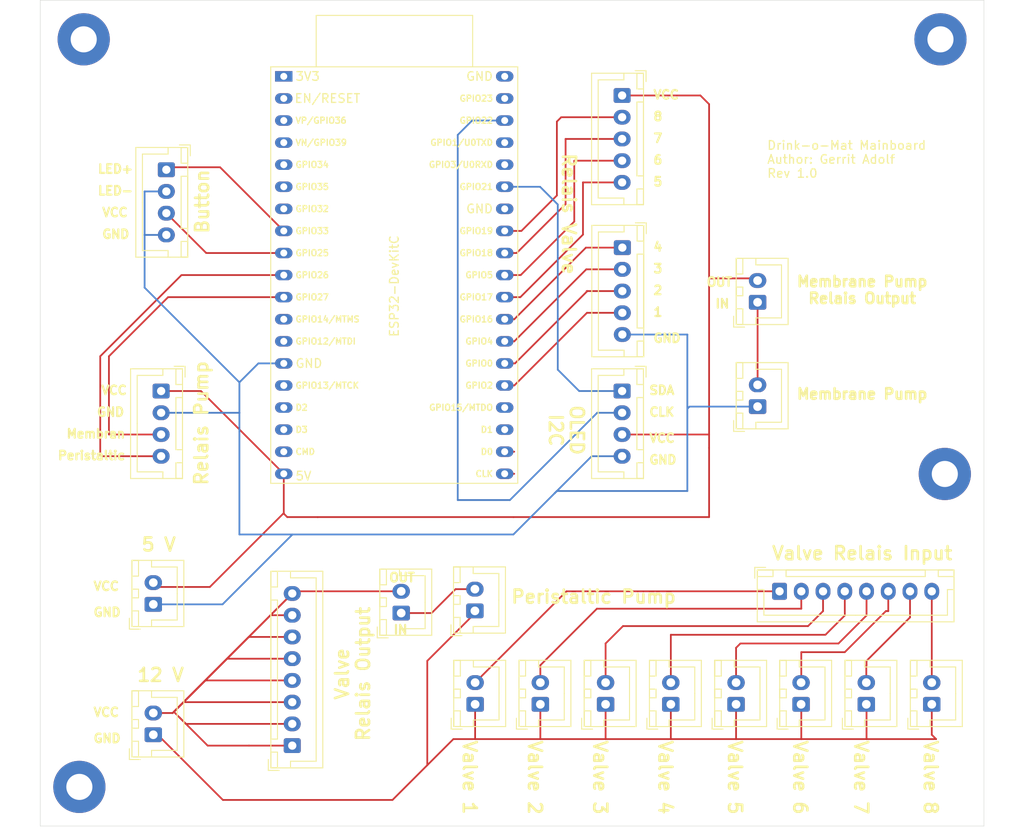
<source format=kicad_pcb>
(kicad_pcb (version 20240108) (generator "pcbnew") (generator_version "8.0")
  (title_block (title "Drink-o-Mat Distribution") (date "2024-12-29") (rev "1.0"))
  (layers (0 "F.Cu" signal) (31 "B.Cu" signal) (34 "B.Paste" user) (35 "F.Paste" user) (36 "B.SilkS" user "B.Silkscreen") (37 "F.SilkS" user "F.Silkscreen") (38 "B.Mask" user) (39 "F.Mask" user) (44 "Edge.Cuts" user))
  (net 0 "")
  (footprint "Connector_JST:JST_XH_B2B-XH-A_1x02_P2.50mm_Vertical" (layer "F.Cu") (at 28.5 98 90)
    (property "Reference" "REF**" (hide yes))
    (property "Value" "JST_XH_B2B-XH-A_1x02_P2.50mm_Vertical" (hide yes))
    (pad "1" thru_hole roundrect (at 0 0 90) (size 1.7 2) (drill 1) (layers "*.Cu" "*.Mask") (roundrect_rratio 0.147059))
    (pad "2" thru_hole oval (at 2.5 0 90) (size 1.7 2) (drill 1) (layers "*.Cu" "*.Mask"))
  )
  (footprint "Connector_JST:JST_XH_B2B-XH-A_1x02_P2.50mm_Vertical" (layer "F.Cu") (at 102.975 94.5 90)
    (property "Reference" "REF**" (hide yes))
    (property "Value" "JST_XH_B2B-XH-A_1x02_P2.50mm_Vertical" (hide yes))
    (pad "1" thru_hole roundrect (at 0 0 90) (size 1.7 2) (drill 1) (layers "*.Cu" "*.Mask") (roundrect_rratio 0.147059))
    (pad "2" thru_hole oval (at 2.5 0 90) (size 1.7 2) (drill 1) (layers "*.Cu" "*.Mask"))
  )
  (footprint "Connector_JST:JST_XH_B2B-XH-A_1x02_P2.50mm_Vertical" (layer "F.Cu") (at 80.5 94.5 90)
    (property "Reference" "REF**" (hide yes))
    (property "Value" "JST_XH_B2B-XH-A_1x02_P2.50mm_Vertical" (hide yes))
    (pad "1" thru_hole roundrect (at 0 0 90) (size 1.7 2) (drill 1) (layers "*.Cu" "*.Mask") (roundrect_rratio 0.147059))
    (pad "2" thru_hole oval (at 2.5 0 90) (size 1.7 2) (drill 1) (layers "*.Cu" "*.Mask"))
  )
  (footprint "Connector_JST:JST_XH_B2B-XH-A_1x02_P2.50mm_Vertical" (layer "F.Cu") (at 118 94.5 90)
    (property "Reference" "REF**" (hide yes))
    (property "Value" "JST_XH_B2B-XH-A_1x02_P2.50mm_Vertical" (hide yes))
    (pad "1" thru_hole roundrect (at 0 0 90) (size 1.7 2) (drill 1) (layers "*.Cu" "*.Mask") (roundrect_rratio 0.147059))
    (pad "2" thru_hole oval (at 2.5 0 90) (size 1.7 2) (drill 1) (layers "*.Cu" "*.Mask"))
  )
  (footprint "Connector_JST:JST_XH_B2B-XH-A_1x02_P2.50mm_Vertical" (layer "F.Cu") (at 95.5 94.5 90)
    (property "Reference" "REF**" (hide yes))
    (property "Value" "JST_XH_B2B-XH-A_1x02_P2.50mm_Vertical" (hide yes))
    (pad "1" thru_hole roundrect (at 0 0 90) (size 1.7 2) (drill 1) (layers "*.Cu" "*.Mask") (roundrect_rratio 0.147059))
    (pad "2" thru_hole oval (at 2.5 0 90) (size 1.7 2) (drill 1) (layers "*.Cu" "*.Mask"))
  )
  (footprint "Connector_JST:JST_XH_B2B-XH-A_1x02_P2.50mm_Vertical" (layer "F.Cu") (at 88 94.5 90)
    (property "Reference" "REF**" (hide yes))
    (property "Value" "JST_XH_B2B-XH-A_1x02_P2.50mm_Vertical" (hide yes))
    (pad "1" thru_hole roundrect (at 0 0 90) (size 1.7 2) (drill 1) (layers "*.Cu" "*.Mask") (roundrect_rratio 0.147059))
    (pad "2" thru_hole oval (at 2.5 0 90) (size 1.7 2) (drill 1) (layers "*.Cu" "*.Mask"))
  )
  (footprint "Connector_JST:JST_XH_B2B-XH-A_1x02_P2.50mm_Vertical" (layer "F.Cu") (at 97.975 60.25 90)
    (property "Reference" "REF**" (hide yes))
    (property "Value" "JST_XH_B2B-XH-A_1x02_P2.50mm_Vertical" (hide yes))
    (pad "1" thru_hole roundrect (at 0 0 90) (size 1.7 2) (drill 1) (layers "*.Cu" "*.Mask") (roundrect_rratio 0.147059))
    (pad "2" thru_hole oval (at 2.5 0 90) (size 1.7 2) (drill 1) (layers "*.Cu" "*.Mask"))
  )
  (footprint "Connector_JST:JST_XH_B8B-XH-A_1x08_P2.50mm_Vertical" (layer "F.Cu") (at 100.5 81.5)
    (property "Reference" "REF**" (hide yes))
    (property "Value" "JST_XH_B8B-XH-A_1x08_P2.50mm_Vertical" (hide yes))
    (pad "1" thru_hole roundrect (at 0 0) (size 1.7 1.95) (drill 0.95) (layers "*.Cu" "*.Mask") (roundrect_rratio 0.147059))
    (pad "2" thru_hole oval (at 2.5 0) (size 1.7 1.95) (drill 0.95) (layers "*.Cu" "*.Mask"))
    (pad "3" thru_hole oval (at 5 0) (size 1.7 1.95) (drill 0.95) (layers "*.Cu" "*.Mask"))
    (pad "4" thru_hole oval (at 7.5 0) (size 1.7 1.95) (drill 0.95) (layers "*.Cu" "*.Mask"))
    (pad "5" thru_hole oval (at 10 0) (size 1.7 1.95) (drill 0.95) (layers "*.Cu" "*.Mask"))
    (pad "6" thru_hole oval (at 12.5 0) (size 1.7 1.95) (drill 0.95) (layers "*.Cu" "*.Mask"))
    (pad "7" thru_hole oval (at 15 0) (size 1.7 1.95) (drill 0.95) (layers "*.Cu" "*.Mask"))
    (pad "8" thru_hole oval (at 17.5 0) (size 1.7 1.95) (drill 0.95) (layers "*.Cu" "*.Mask"))
  )
  (footprint "Connector_JST:JST_XH_B5B-XH-A_1x05_P2.50mm_Vertical" (layer "F.Cu") (at 82.4 24.46 -90)
    (property "Reference" "A1" (hide yes))
    (property "Value" "JST_XH_B5B-XH-A_1x05_P2.50mm_Vertical" (hide yes))
    (pad "1" thru_hole roundrect (at 0 0 270) (size 1.7 1.95) (drill 0.95) (layers "*.Cu" "*.Mask") (roundrect_rratio 0.147059))
    (pad "2" thru_hole oval (at 2.5 0 270) (size 1.7 1.95) (drill 0.95) (layers "*.Cu" "*.Mask"))
    (pad "3" thru_hole oval (at 5 0 270) (size 1.7 1.95) (drill 0.95) (layers "*.Cu" "*.Mask"))
    (pad "4" thru_hole oval (at 7.5 0 270) (size 1.7 1.95) (drill 0.95) (layers "*.Cu" "*.Mask"))
    (pad "5" thru_hole oval (at 10 0 270) (size 1.7 1.95) (drill 0.95) (layers "*.Cu" "*.Mask"))
  )
  (footprint "Connector_JST:JST_XH_B8B-XH-A_1x08_P2.50mm_Vertical" (layer "F.Cu") (at 44.475 99.25 90)
    (property "Reference" "REF**" (hide yes))
    (property "Value" "JST_XH_B8B-XH-A_1x08_P2.50mm_Vertical" (hide yes))
    (pad "1" thru_hole roundrect (at 0 0 90) (size 1.7 1.95) (drill 0.95) (layers "*.Cu" "*.Mask") (roundrect_rratio 0.147059))
    (pad "2" thru_hole oval (at 2.5 0 90) (size 1.7 1.95) (drill 0.95) (layers "*.Cu" "*.Mask"))
    (pad "3" thru_hole oval (at 5 0 90) (size 1.7 1.95) (drill 0.95) (layers "*.Cu" "*.Mask"))
    (pad "4" thru_hole oval (at 7.5 0 90) (size 1.7 1.95) (drill 0.95) (layers "*.Cu" "*.Mask"))
    (pad "5" thru_hole oval (at 10 0 90) (size 1.7 1.95) (drill 0.95) (layers "*.Cu" "*.Mask"))
    (pad "6" thru_hole oval (at 12.5 0 90) (size 1.7 1.95) (drill 0.95) (layers "*.Cu" "*.Mask"))
    (pad "7" thru_hole oval (at 15 0 90) (size 1.7 1.95) (drill 0.95) (layers "*.Cu" "*.Mask"))
    (pad "8" thru_hole oval (at 17.5 0 90) (size 1.7 1.95) (drill 0.95) (layers "*.Cu" "*.Mask"))
  )
  (footprint "MountingHole:MountingHole_3mm_Pad" (layer "F.Cu") (at 20 104)
    (property "Reference" "REF**" (hide yes))
    (property "Value" "MountingHole_3mm_Pad")
    (pad "1" thru_hole circle (at 0 0) (size 6 6) (drill 3) (layers "*.Cu" "*.Mask"))
  )
  (footprint "Connector_JST:JST_XH_B5B-XH-A_1x05_P2.50mm_Vertical" (layer "F.Cu") (at 82.425 41.96 -90)
    (property "Reference" "A1" (hide yes))
    (property "Value" "JST_XH_B5B-XH-A_1x05_P2.50mm_Vertical" (hide yes))
    (pad "1" thru_hole roundrect (at 0 0 270) (size 1.7 1.95) (drill 0.95) (layers "*.Cu" "*.Mask") (roundrect_rratio 0.147059))
    (pad "2" thru_hole oval (at 2.5 0 270) (size 1.7 1.95) (drill 0.95) (layers "*.Cu" "*.Mask"))
    (pad "3" thru_hole oval (at 5 0 270) (size 1.7 1.95) (drill 0.95) (layers "*.Cu" "*.Mask"))
    (pad "4" thru_hole oval (at 7.5 0 270) (size 1.7 1.95) (drill 0.95) (layers "*.Cu" "*.Mask"))
    (pad "5" thru_hole oval (at 10 0 270) (size 1.7 1.95) (drill 0.95) (layers "*.Cu" "*.Mask"))
  )
  (footprint "MountingHole:MountingHole_3mm_Pad" (layer "F.Cu") (at 119.5 68)
    (property "Reference" "REF**" (hide yes))
    (property "Value" "MountingHole_3mm_Pad")
    (pad "1" thru_hole circle (at 0 0) (size 6 6) (drill 3) (layers "*.Cu" "*.Mask"))
  )
  (footprint "Connector_JST:JST_XH_B2B-XH-A_1x02_P2.50mm_Vertical" (layer "F.Cu") (at 65.475 83.75 90)
    (property "Reference" "REF**" (hide yes))
    (property "Value" "JST_XH_B2B-XH-A_1x02_P2.50mm_Vertical" (hide yes))
    (pad "1" thru_hole roundrect (at 0 0 90) (size 1.7 2) (drill 1) (layers "*.Cu" "*.Mask") (roundrect_rratio 0.147059))
    (pad "2" thru_hole oval (at 2.5 0 90) (size 1.7 2) (drill 1) (layers "*.Cu" "*.Mask"))
  )
  (footprint "Connector_JST:JST_XH_B2B-XH-A_1x02_P2.50mm_Vertical" (layer "F.Cu") (at 73 94.5 90)
    (property "Reference" "REF**" (hide yes))
    (property "Value" "JST_XH_B2B-XH-A_1x02_P2.50mm_Vertical" (hide yes))
    (pad "1" thru_hole roundrect (at 0 0 90) (size 1.7 2) (drill 1) (layers "*.Cu" "*.Mask") (roundrect_rratio 0.147059))
    (pad "2" thru_hole oval (at 2.5 0 90) (size 1.7 2) (drill 1) (layers "*.Cu" "*.Mask"))
  )
  (footprint "Connector_JST:JST_XH_B2B-XH-A_1x02_P2.50mm_Vertical" (layer "F.Cu") (at 57 84 90)
    (property "Reference" "REF**" (hide yes))
    (property "Value" "JST_XH_B2B-XH-A_1x02_P2.50mm_Vertical" (hide yes))
    (pad "1" thru_hole roundrect (at 0 0 90) (size 1.7 2) (drill 1) (layers "*.Cu" "*.Mask") (roundrect_rratio 0.147059))
    (pad "2" thru_hole oval (at 2.5 0 90) (size 1.7 2) (drill 1) (layers "*.Cu" "*.Mask"))
  )
  (footprint "Connector_JST:JST_XH_B2B-XH-A_1x02_P2.50mm_Vertical" (layer "F.Cu") (at 97.975 48.25 90)
    (property "Reference" "REF**" (hide yes))
    (property "Value" "JST_XH_B2B-XH-A_1x02_P2.50mm_Vertical" (hide yes))
    (pad "1" thru_hole roundrect (at 0 0 90) (size 1.7 2) (drill 1) (layers "*.Cu" "*.Mask") (roundrect_rratio 0.147059))
    (pad "2" thru_hole oval (at 2.5 0 90) (size 1.7 2) (drill 1) (layers "*.Cu" "*.Mask"))
  )
  (footprint "MountingHole:MountingHole_3mm_Pad" (layer "F.Cu") (at 20.5 18)
    (property "Reference" "REF**" (hide yes))
    (property "Value" "MountingHole_3mm_Pad")
    (pad "1" thru_hole circle (at 0 0) (size 6 6) (drill 3) (layers "*.Cu" "*.Mask"))
  )
  (footprint "Connector_JST:JST_XH_B2B-XH-A_1x02_P2.50mm_Vertical" (layer "F.Cu") (at 65.5 94.5 90)
    (property "Reference" "REF**" (hide yes))
    (property "Value" "JST_XH_B2B-XH-A_1x02_P2.50mm_Vertical" (hide yes))
    (pad "1" thru_hole roundrect (at 0 0 90) (size 1.7 2) (drill 1) (layers "*.Cu" "*.Mask") (roundrect_rratio 0.147059))
    (pad "2" thru_hole oval (at 2.5 0 90) (size 1.7 2) (drill 1) (layers "*.Cu" "*.Mask"))
  )
  (footprint "Connector_JST:JST_XH_B2B-XH-A_1x02_P2.50mm_Vertical" (layer "F.Cu") (at 28.5 83 90)
    (property "Reference" "REF**" (hide yes))
    (property "Value" "JST_XH_B2B-XH-A_1x02_P2.50mm_Vertical" (hide yes))
    (pad "1" thru_hole roundrect (at 0 0 90) (size 1.7 2) (drill 1) (layers "*.Cu" "*.Mask") (roundrect_rratio 0.147059))
    (pad "2" thru_hole oval (at 2.5 0 90) (size 1.7 2) (drill 1) (layers "*.Cu" "*.Mask"))
  )
  (footprint "Connector_JST:JST_XH_B4B-XH-A_1x04_P2.50mm_Vertical" (layer "F.Cu") (at 30 33 -90)
    (property "Reference" "REF**" (hide yes))
    (property "Value" "JST_XH_B4B-XH-A_1x04_P2.50mm_Vertical" (hide yes))
    (pad "1" thru_hole roundrect (at 0 0 270) (size 1.7 1.95) (drill 0.95) (layers "*.Cu" "*.Mask") (roundrect_rratio 0.147059))
    (pad "2" thru_hole oval (at 2.5 0 270) (size 1.7 1.95) (drill 0.95) (layers "*.Cu" "*.Mask"))
    (pad "3" thru_hole oval (at 5 0 270) (size 1.7 1.95) (drill 0.95) (layers "*.Cu" "*.Mask"))
    (pad "4" thru_hole oval (at 7.5 0 270) (size 1.7 1.95) (drill 0.95) (layers "*.Cu" "*.Mask"))
  )
  (footprint "Connector_JST:JST_XH_B4B-XH-A_1x04_P2.50mm_Vertical" (layer "F.Cu") (at 82.4 58.46 -90)
    (property "Reference" "REF**" (hide yes))
    (property "Value" "JST_XH_B4B-XH-A_1x04_P2.50mm_Vertical" (hide yes))
    (pad "1" thru_hole roundrect (at 0 0 270) (size 1.7 1.95) (drill 0.95) (layers "*.Cu" "*.Mask") (roundrect_rratio 0.147059))
    (pad "2" thru_hole oval (at 2.5 0 270) (size 1.7 1.95) (drill 0.95) (layers "*.Cu" "*.Mask"))
    (pad "3" thru_hole oval (at 5 0 270) (size 1.7 1.95) (drill 0.95) (layers "*.Cu" "*.Mask"))
    (pad "4" thru_hole oval (at 7.5 0 270) (size 1.7 1.95) (drill 0.95) (layers "*.Cu" "*.Mask"))
  )
  (footprint "PCM_Espressif:ESP32-DevKitC" (layer "F.Cu") (at 43.5 22.26)
    (property "Reference" "REF**" (hide yes))
    (property "Value" "ESP32-DevKitC" (at 12.7 24.13 90) (layer "F.SilkS"))
    (fp_text user "GPIO32" (at 1.27 15.24 0) (layer "F.SilkS") (effects (font (size 0.7 0.7)) (justify left)))
    (fp_text user "GPIO17" (at 24.13 25.4 0) (layer "F.SilkS") (effects (font (size 0.7 0.7)) (justify right)))
    (fp_text user "GPIO22" (at 24.13 5.08 0) (layer "F.SilkS") (effects (font (size 0.7 0.7)) (justify right)))
    (fp_text user "GPIO1/U0TXD" (at 24.13 7.62 0) (layer "F.SilkS") (effects (font (size 0.7 0.7)) (justify right)))
    (fp_text user "D3" (at 1.27 40.64 0) (layer "F.SilkS") (effects (font (size 0.7 0.7)) (justify left)))
    (fp_text user "GPIO2" (at 24.13 35.56 0) (layer "F.SilkS") (effects (font (size 0.7 0.7)) (justify right)))
    (fp_text user "GPIO34" (at 1.27 10.16 0) (layer "F.SilkS") (effects (font (size 0.7 0.7)) (justify left)))
    (fp_text user "5V" (at 1.26632 45.97128 0) (layer "F.SilkS") (effects (justify left)))
    (fp_text user "GPIO19" (at 24.13 17.78 0) (layer "F.SilkS") (effects (font (size 0.7 0.7)) (justify right)))
    (fp_text user "GND" (at 24.13 15.24 0) (layer "F.SilkS") (effects (justify right)))
    (fp_text user "D2" (at 1.27 38.1 0) (layer "F.SilkS") (effects (font (size 0.7 0.7)) (justify left)))
    (fp_text user "GPIO16" (at 24.13 27.94 0) (layer "F.SilkS") (effects (font (size 0.7 0.7)) (justify right)))
    (fp_text user "GPIO14/MTMS" (at 1.27 27.94 0) (layer "F.SilkS") (effects (font (size 0.7 0.7)) (justify left)))
    (fp_text user "GND" (at 1.27 33.02 0) (layer "F.SilkS") (effects (justify left)))
    (fp_text user "GPIO23" (at 24.13 2.54 0) (layer "F.SilkS") (effects (font (size 0.7 0.7)) (justify right)))
    (fp_text user "GPIO4" (at 24.13 30.48 0) (layer "F.SilkS") (effects (font (size 0.7 0.7)) (justify right)))
    (fp_text user "GPIO26" (at 1.27 22.86 0) (layer "F.SilkS") (effects (font (size 0.7 0.7)) (justify left)))
    (fp_text user "GPIO18" (at 24.13 20.32 0) (layer "F.SilkS") (effects (font (size 0.7 0.7)) (justify right)))
    (fp_text user "GPIO15/MTDO" (at 24.13 38.1 0) (layer "F.SilkS") (effects (font (size 0.7 0.7)) (justify right)))
    (fp_text user "VP/GPIO36" (at 1.27 5.08 0) (layer "F.SilkS") (effects (font (size 0.7 0.7)) (justify left)))
    (fp_text user "GND" (at 24.13 0 0) (layer "F.SilkS") (effects (justify right)))
    (fp_text user "D1" (at 24.13 40.64 0) (layer "F.SilkS") (effects (font (size 0.7 0.7)) (justify right)))
    (fp_text user "VN/GPIO39" (at 1.27 7.62 0) (layer "F.SilkS") (effects (font (size 0.7 0.7)) (justify left)))
    (fp_text user "GPIO27" (at 1.27 25.4 0) (layer "F.SilkS") (effects (font (size 0.7 0.7)) (justify left)))
    (fp_text user "CLK" (at 24.13 45.72 0) (layer "F.SilkS") (effects (font (size 0.7 0.7)) (justify right)))
    (fp_text user "D0" (at 24.13 43.18 0) (layer "F.SilkS") (effects (font (size 0.7 0.7)) (justify right)))
    (fp_text user "GPIO25" (at 1.27 20.32 0) (layer "F.SilkS") (effects (font (size 0.7 0.7)) (justify left)))
    (fp_text user "CMD" (at 1.27 43.18 0) (layer "F.SilkS") (effects (font (size 0.7 0.7)) (justify left)))
    (fp_text user "GPIO3/U0RXD" (at 24.13 10.16 0) (layer "F.SilkS") (effects (font (size 0.7 0.7)) (justify right)))
    (fp_text user "GPIO0" (at 24.13 33.02 0) (layer "F.SilkS") (effects (font (size 0.7 0.7)) (justify right)))
    (fp_text user "GPIO12/MTDI" (at 1.27 30.48 0) (layer "F.SilkS") (effects (font (size 0.7 0.7)) (justify left)))
    (fp_text user "GPIO13/MTCK" (at 1.27 35.56 0) (layer "F.SilkS") (effects (font (size 0.7 0.7)) (justify left)))
    (fp_text user "GPIO33" (at 1.27 17.78 0) (layer "F.SilkS") (effects (font (size 0.7 0.7)) (justify left)))
    (fp_text user "EN/RESET" (at 8.88632 2.53728 0) (layer "F.SilkS") (effects (justify right)))
    (fp_text user "GPIO5" (at 24.13 22.86 0) (layer "F.SilkS") (effects (font (size 0.7 0.7)) (justify right)))
    (fp_text user "GPIO21" (at 24.13 12.7 0) (layer "F.SilkS") (effects (font (size 0.7 0.7)) (justify right)))
    (fp_text user "GPIO35" (at 1.27 12.7 0) (layer "F.SilkS") (effects (font (size 0.7 0.7)) (justify left)))
    (fp_text user "3V3" (at 1.27 0 0) (layer "F.SilkS") (effects (justify left)))
    (pad "1" thru_hole rect (at 0 0 270) (size 1.2 2) (drill 0.8) (layers "*.Cu" "*.Mask"))
    (pad "2" thru_hole oval (at 0 2.54 270) (size 1.2 2) (drill 0.8) (layers "*.Cu" "*.Mask"))
    (pad "3" thru_hole oval (at 0 5.08 270) (size 1.2 2) (drill 0.8) (layers "*.Cu" "*.Mask"))
    (pad "4" thru_hole oval (at 0 7.62 270) (size 1.2 2) (drill 0.8) (layers "*.Cu" "*.Mask"))
    (pad "5" thru_hole oval (at 0 10.16 270) (size 1.2 2) (drill 0.8) (layers "*.Cu" "*.Mask"))
    (pad "6" thru_hole oval (at 0 12.7 270) (size 1.2 2) (drill 0.8) (layers "*.Cu" "*.Mask"))
    (pad "7" thru_hole oval (at 0 15.24 270) (size 1.2 2) (drill 0.8) (layers "*.Cu" "*.Mask"))
    (pad "8" thru_hole oval (at 0 17.78 270) (size 1.2 2) (drill 0.8) (layers "*.Cu" "*.Mask"))
    (pad "9" thru_hole oval (at 0 20.32 270) (size 1.2 2) (drill 0.8) (layers "*.Cu" "*.Mask"))
    (pad "10" thru_hole oval (at 0 22.86 270) (size 1.2 2) (drill 0.8) (layers "*.Cu" "*.Mask"))
    (pad "11" thru_hole oval (at 0 25.4 270) (size 1.2 2) (drill 0.8) (layers "*.Cu" "*.Mask"))
    (pad "12" thru_hole oval (at 0 27.94 270) (size 1.2 2) (drill 0.8) (layers "*.Cu" "*.Mask"))
    (pad "13" thru_hole oval (at 0 30.48 270) (size 1.2 2) (drill 0.8) (layers "*.Cu" "*.Mask"))
    (pad "14" thru_hole oval (at 0 33.02 270) (size 1.2 2) (drill 0.8) (layers "*.Cu" "*.Mask"))
    (pad "15" thru_hole oval (at 0 35.56 270) (size 1.2 2) (drill 0.8) (layers "*.Cu" "*.Mask"))
    (pad "16" thru_hole oval (at 0 38.1 270) (size 1.2 2) (drill 0.8) (layers "*.Cu" "*.Mask"))
    (pad "17" thru_hole oval (at 0 40.64 270) (size 1.2 2) (drill 0.8) (layers "*.Cu" "*.Mask"))
    (pad "18" thru_hole oval (at 0 43.18 270) (size 1.2 2) (drill 0.8) (layers "*.Cu" "*.Mask"))
    (pad "19" thru_hole oval (at 0 45.72 270) (size 1.2 2) (drill 0.8) (layers "*.Cu" "*.Mask"))
    (pad "20" thru_hole oval (at 25.39632 45.71728 270) (size 1.2 2) (drill 0.8) (layers "*.Cu" "*.Mask"))
    (pad "21" thru_hole oval (at 25.39632 43.17728 270) (size 1.2 2) (drill 0.8) (layers "*.Cu" "*.Mask"))
    (pad "22" thru_hole oval (at 25.4 40.64 270) (size 1.2 2) (drill 0.8) (layers "*.Cu" "*.Mask"))
    (pad "23" thru_hole oval (at 25.4 38.1 270) (size 1.2 2) (drill 0.8) (layers "*.Cu" "*.Mask"))
    (pad "24" thru_hole oval (at 25.4 35.56 270) (size 1.2 2) (drill 0.8) (layers "*.Cu" "*.Mask"))
    (pad "25" thru_hole oval (at 25.4 33.02 270) (size 1.2 2) (drill 0.8) (layers "*.Cu" "*.Mask"))
    (pad "26" thru_hole oval (at 25.4 30.48 270) (size 1.2 2) (drill 0.8) (layers "*.Cu" "*.Mask"))
    (pad "27" thru_hole oval (at 25.4 27.94 270) (size 1.2 2) (drill 0.8) (layers "*.Cu" "*.Mask"))
    (pad "28" thru_hole oval (at 25.4 25.4 270) (size 1.2 2) (drill 0.8) (layers "*.Cu" "*.Mask"))
    (pad "29" thru_hole oval (at 25.4 22.86 270) (size 1.2 2) (drill 0.8) (layers "*.Cu" "*.Mask"))
    (pad "30" thru_hole oval (at 25.4 20.32 270) (size 1.2 2) (drill 0.8) (layers "*.Cu" "*.Mask"))
    (pad "31" thru_hole oval (at 25.4 17.78 270) (size 1.2 2) (drill 0.8) (layers "*.Cu" "*.Mask"))
    (pad "32" thru_hole oval (at 25.4 15.24 270) (size 1.2 2) (drill 0.8) (layers "*.Cu" "*.Mask"))
    (pad "33" thru_hole oval (at 25.4 12.7 270) (size 1.2 2) (drill 0.8) (layers "*.Cu" "*.Mask"))
    (pad "34" thru_hole oval (at 25.4 10.16 270) (size 1.2 2) (drill 0.8) (layers "*.Cu" "*.Mask"))
    (pad "35" thru_hole oval (at 25.4 7.62 270) (size 1.2 2) (drill 0.8) (layers "*.Cu" "*.Mask"))
    (pad "36" thru_hole oval (at 25.4 5.08 270) (size 1.2 2) (drill 0.8) (layers "*.Cu" "*.Mask"))
    (pad "37" thru_hole oval (at 25.4 2.54 270) (size 1.2 2) (drill 0.8) (layers "*.Cu" "*.Mask"))
    (pad "38" thru_hole oval (at 25.4 0 270) (size 1.2 2) (drill 0.8) (layers "*.Cu" "*.Mask"))
  )
  (footprint "Connector_JST:JST_XH_B4B-XH-A_1x04_P2.50mm_Vertical" (layer "F.Cu") (at 29.4 58.46 -90)
    (property "Reference" "REF**" (hide yes))
    (property "Value" "JST_XH_B4B-XH-A_1x04_P2.50mm_Vertical" (hide yes))
    (pad "1" thru_hole roundrect (at 0 0 270) (size 1.7 1.95) (drill 0.95) (layers "*.Cu" "*.Mask") (roundrect_rratio 0.147059))
    (pad "2" thru_hole oval (at 2.5 0 270) (size 1.7 1.95) (drill 0.95) (layers "*.Cu" "*.Mask"))
    (pad "3" thru_hole oval (at 5 0 270) (size 1.7 1.95) (drill 0.95) (layers "*.Cu" "*.Mask"))
    (pad "4" thru_hole oval (at 7.5 0 270) (size 1.7 1.95) (drill 0.95) (layers "*.Cu" "*.Mask"))
  )
  (footprint "MountingHole:MountingHole_3mm_Pad" (layer "F.Cu") (at 119 18)
    (property "Reference" "REF**" (hide yes))
    (property "Value" "MountingHole_3mm_Pad")
    (pad "1" thru_hole circle (at 0 0) (size 6 6) (drill 3) (layers "*.Cu" "*.Mask"))
  )
  (footprint "Connector_JST:JST_XH_B2B-XH-A_1x02_P2.50mm_Vertical" (layer "F.Cu") (at 110.475 94.5 90)
    (property "Reference" "REF**" (hide yes))
    (property "Value" "JST_XH_B2B-XH-A_1x02_P2.50mm_Vertical" (hide yes))
    (pad "1" thru_hole roundrect (at 0 0 90) (size 1.7 2) (drill 1) (layers "*.Cu" "*.Mask") (roundrect_rratio 0.147059))
    (pad "2" thru_hole oval (at 2.5 0 90) (size 1.7 2) (drill 1) (layers "*.Cu" "*.Mask"))
  )
  (gr_line (start 15.5 108.5) (end 124 108.5) (stroke (width 0.05)) (layer "Edge.Cuts"))
  (gr_line (start 15.5 13.5) (end 15.5 108.5) (stroke (width 0.05)) (layer "Edge.Cuts"))
  (gr_line (start 124 13.5) (end 15.5 13.5) (stroke (width 0.05)) (layer "Edge.Cuts"))
  (gr_line (start 124 108.5) (end 124 13.5) (stroke (width 0.05)) (layer "Edge.Cuts"))
  (gr_text "Relais Valve" (at 75.4 30.96 270) (layer "F.SilkS") (effects (font (size 1.5 1.5) (thickness 0.3) (bold yes)) (justify left bottom)))
  (gr_text "OUT" (at 55.5 80.5 0) (layer "F.SilkS") (effects (font (size 1 1) (thickness 0.25) (bold yes)) (justify left bottom)))
  (gr_text "8" (at 85.875 27.46 0) (layer "F.SilkS") (effects (font (size 1 1) (thickness 0.25) (bold yes)) (justify left bottom)))
  (gr_text "IN" (at 93 49 0) (layer "F.SilkS") (effects (font (size 1 1) (thickness 0.25) (bold yes)) (justify left bottom)))
  (gr_text "Valve 5" (at 94.5 98.5 270) (layer "F.SilkS") (effects (font (size 1.5 1.5) (thickness 0.3) (bold yes)) (justify left bottom)))
  (gr_text "7" (at 85.875 29.96 0) (layer "F.SilkS") (effects (font (size 1 1) (thickness 0.25) (bold yes)) (justify left bottom)))
  (gr_text "Relais Pump\n" (at 34.9 69.46 90) (layer "F.SilkS") (effects (font (size 1.5 1.5) (thickness 0.3) (bold yes)) (justify left bottom)))
  (gr_text "5 V" (at 27 77 0) (layer "F.SilkS") (effects (font (size 1.5 1.5) (thickness 0.3) (bold yes)) (justify left bottom)))
  (gr_text "Peristaltic Pump" (at 69.5 83 0) (layer "F.SilkS") (effects (font (size 1.5 1.5) (thickness 0.3) (bold yes)) (justify left bottom)))
  (gr_text "Valve 4" (at 86.5 98.5 270) (layer "F.SilkS") (effects (font (size 1.5 1.5) (thickness 0.3) (bold yes)) (justify left bottom)))
  (gr_text "GND" (at 21.9 61.46 0) (layer "F.SilkS") (effects (font (size 1 1) (thickness 0.25) (bold yes)) (justify left bottom)))
  (gr_text "Valve 1" (at 64 98.5 270) (layer "F.SilkS") (effects (font (size 1.5 1.5) (thickness 0.3) (bold yes)) (justify left bottom)))
  (gr_text "OLED\nI2C" (at 73.9 62.96 270) (layer "F.SilkS") (effects (font (size 1.5 1.5) (thickness 0.3) (bold yes)) (justify bottom)))
  (gr_text "VCC" (at 21.5 96 0) (layer "F.SilkS") (effects (font (size 1 1) (thickness 0.25) (bold yes)) (justify left bottom)))
  (gr_text "GND" (at 21.5 84.5 0) (layer "F.SilkS") (effects (font (size 1 1) (thickness 0.25) (bold yes)) (justify left bottom)))
  (gr_text "VCC" (at 22.5 38.5 0) (layer "F.SilkS") (effects (font (size 1 1) (thickness 0.25) (bold yes)) (justify left bottom)))
  (gr_text "Valve 7" (at 109 98.5 270) (layer "F.SilkS") (effects (font (size 1.5 1.5) (thickness 0.3) (bold yes)) (justify left bottom)))
  (gr_text "LED+" (at 22 33.5 0) (layer "F.SilkS") (effects (font (size 1 1) (thickness 0.25) (bold yes)) (justify left bottom)))
  (gr_text "Membrane Pump\nRelais Output" (at 110 48.5 0) (layer "F.SilkS") (effects (font (size 1.2 1.2) (thickness 0.3) (bold yes)) (justify bottom)))
  (gr_text "Valve 6" (at 102 98.5 270) (layer "F.SilkS") (effects (font (size 1.5 1.5) (thickness 0.3) (bold yes)) (justify left bottom)))
  (gr_text "12 V" (at 26.5 92 0) (layer "F.SilkS") (effects (font (size 1.5 1.5) (thickness 0.3) (bold yes)) (justify left bottom)))
  (gr_text "2" (at 85.875 47.46 0) (layer "F.SilkS") (effects (font (size 1 1) (thickness 0.25) (bold yes)) (justify left bottom)))
  (gr_text "CLK" (at 85.4 61.46 0) (layer "F.SilkS") (effects (font (size 1 1) (thickness 0.25) (bold yes)) (justify left bottom)))
  (gr_text "1" (at 85.875 49.96 0) (layer "F.SilkS") (effects (font (size 1 1) (thickness 0.25) (bold yes)) (justify left bottom)))
  (gr_text "4" (at 85.875 42.46 0) (layer "F.SilkS") (effects (font (size 1 1) (thickness 0.25) (bold yes)) (justify left bottom)))
  (gr_text "Button" (at 35 40.5 90) (layer "F.SilkS") (effects (font (size 1.5 1.5) (thickness 0.3) (bold yes)) (justify left bottom)))
  (gr_text "Valve Relais Input" (at 110 78 0) (layer "F.SilkS") (effects (font (size 1.5 1.5) (thickness 0.3) (bold yes)) (justify bottom)))
  (gr_text "LED-" (at 22 36 0) (layer "F.SilkS") (effects (font (size 1 1) (thickness 0.25) (bold yes)) (justify left bottom)))
  (gr_text "VCC" (at 85.4 64.46 0) (layer "F.SilkS") (effects (font (size 1 1) (thickness 0.25) (bold yes)) (justify left bottom)))
  (gr_text "Peristaltic" (at 17.4 66.46 0) (layer "F.SilkS") (effects (font (size 1 1) (thickness 0.25) (bold yes)) (justify left bottom)))
  (gr_text "IN" (at 56 86.5 0) (layer "F.SilkS") (effects (font (size 1 1) (thickness 0.25) (bold yes)) (justify left bottom)))
  (gr_text "GND" (at 21.5 99 0) (layer "F.SilkS") (effects (font (size 1 1) (thickness 0.25) (bold yes)) (justify left bottom)))
  (gr_text "Valve 8" (at 117 98.5 270) (layer "F.SilkS") (effects (font (size 1.5 1.5) (thickness 0.3) (bold yes)) (justify left bottom)))
  (gr_text "SDA" (at 85.4 58.96 0) (layer "F.SilkS") (effects (font (size 1 1) (thickness 0.25) (bold yes)) (justify left bottom)))
  (gr_text "GND" (at 85.875 52.96 0) (layer "F.SilkS") (effects (font (size 1 1) (thickness 0.25) (bold yes)) (justify left bottom)))
  (gr_text "Membran" (at 18.4 63.96 0) (layer "F.SilkS") (effects (font (size 1 1) (thickness 0.25) (bold yes)) (justify left bottom)))
  (gr_text "Valve 3" (at 79 98.5 270) (layer "F.SilkS") (effects (font (size 1.5 1.5) (thickness 0.3) (bold yes)) (justify left bottom)))
  (gr_text "3" (at 85.875 44.96 0) (layer "F.SilkS") (effects (font (size 1 1) (thickness 0.25) (bold yes)) (justify left bottom)))
  (gr_text "VCC" (at 22.4 58.96 0) (layer "F.SilkS") (effects (font (size 1 1) (thickness 0.25) (bold yes)) (justify left bottom)))
  (gr_text "5" (at 85.875 34.96 0) (layer "F.SilkS") (effects (font (size 1 1) (thickness 0.25) (bold yes)) (justify left bottom)))
  (gr_text "6" (at 85.875 32.46 0) (layer "F.SilkS") (effects (font (size 1 1) (thickness 0.25) (bold yes)) (justify left bottom)))
  (gr_text "GND" (at 22.5 41 0) (layer "F.SilkS") (effects (font (size 1 1) (thickness 0.25) (bold yes)) (justify left bottom)))
  (gr_text "VCC" (at 85.875 24.96 0) (layer "F.SilkS") (effects (font (size 1 1) (thickness 0.25) (bold yes)) (justify left bottom)))
  (gr_text "Membrane Pump" (at 110 59.5 0) (layer "F.SilkS") (effects (font (size 1.2 1.2) (thickness 0.3) (bold yes)) (justify bottom)))
  (gr_text "Drink-o-Mat Mainboard\nAuthor: Gerrit Adolf\nRev 1.0\n" (at 99 34 0) (layer "F.SilkS") (effects (font (size 1 1)) (justify left bottom)))
  (gr_text "Valve 2\n" (at 71.5 98.5 270) (layer "F.SilkS") (effects (font (size 1.5 1.5) (thickness 0.3) (bold yes)) (justify left bottom)))
  (gr_text "Valve\nRelais Output" (at 53.5 91 90) (layer "F.SilkS") (effects (font (size 1.5 1.5) (thickness 0.3) (bold yes)) (justify bottom)))
  (gr_text "OUT" (at 92 46.5 0) (layer "F.SilkS") (effects (font (size 1 1) (thickness 0.25) (bold yes)) (justify left bottom)))
  (gr_text "GND" (at 85.4 66.96 0) (layer "F.SilkS") (effects (font (size 1 1) (thickness 0.25) (bold yes)) (justify left bottom)))
  (gr_text "VCC" (at 21.5 81.5 0) (layer "F.SilkS") (effects (font (size 1 1) (thickness 0.25) (bold yes)) (justify left bottom)))
  (segment (start 82.425 49.46) (end 78.36 49.46) (width 0.2) (layer "F.Cu") (net 0))
  (segment (start 82.5 85.5) (end 80.5 87.5) (width 0.2) (layer "F.Cu") (net 0))
  (segment (start 34.75 99.25) (end 31.5 96) (width 0.2) (layer "F.Cu") (net 0))
  (segment (start 76.9 31.96) (end 76.9 38.96) (width 0.2) (layer "F.Cu") (net 0))
  (segment (start 98 45.5) (end 92.4 45.5) (width 0.2) (layer "F.Cu") (net 0))
  (segment (start 29 98.5) (end 29.5 98.5) (width 0.2) (layer "F.Cu") (net 0))
  (segment (start 70 50.2) (end 68.9 50.2) (width 0.2) (layer "F.Cu") (net 0))
  (segment (start 30 38) (end 34.58 42.58) (width 0.2) (layer "F.Cu") (net 0))
  (segment (start 77.9 40.46) (end 70.7 47.66) (width 0.2) (layer "F.Cu") (net 0))
  (segment (start 63.25 81.25) (end 65.475 81.25) (width 0.2) (layer "F.Cu") (net 0))
  (segment (start 74.9 35.96) (end 70.82 40.04) (width 0.2) (layer "F.Cu") (net 0))
  (segment (start 29.4 63.46) (end 23.4 63.46) (width 0.2) (layer "F.Cu") (net 0))
  (segment (start 78.24 41.96) (end 70 50.2) (width 0.2) (layer "F.Cu") (net 0))
  (segment (start 103 83.5) (end 79.5 83.5) (width 0.2) (layer "F.Cu") (net 0))
  (segment (start 73 90) (end 73 92) (width 0.2) (layer "F.Cu") (net 0))
  (segment (start 65.475 83.75) (end 65.475 84.025) (width 0.2) (layer "F.Cu") (net 0))
  (segment (start 34.58 42.58) (end 43.5 42.58) (width 0.2) (layer "F.Cu") (net 0))
  (segment (start 29.4 58.46) (end 33.98 58.46) (width 0.2) (layer "F.Cu") (net 0))
  (segment (start 110.475 90.025) (end 110.475 92) (width 0.2) (layer "F.Cu") (net 0))
  (segment (start 30.725 95.5) (end 31.3625 94.8625) (width 0.2) (layer "F.Cu") (net 0))
  (segment (start 92.4 45.5) (end 92.4 63.46) (width 0.2) (layer "F.Cu") (net 0))
  (segment (start 105.5 83.775) (end 103.775 85.5) (width 0.2) (layer "F.Cu") (net 0))
  (segment (start 44.475 89.25) (end 36.975 89.25) (width 0.2) (layer "F.Cu") (net 0))
  (segment (start 75.4 26.96) (end 74.9 27.46) (width 0.2) (layer "F.Cu") (net 0))
  (segment (start 44.475 86.75) (end 39.475 86.75) (width 0.2) (layer "F.Cu") (net 0))
  (segment (start 118 98) (end 118 94.5) (width 0.2) (layer "F.Cu") (net 0))
  (segment (start 78.4 46.96) (end 78.32 46.96) (width 0.2) (layer "F.Cu") (net 0))
  (segment (start 110.5 89.5) (end 110.5 90) (width 0.2) (layer "F.Cu") (net 0))
  (segment (start 28.5 95.5) (end 30.725 95.5) (width 0.2) (layer "F.Cu") (net 0))
  (segment (start 82.425 41.96) (end 78.24 41.96) (width 0.2) (layer "F.Cu") (net 0))
  (segment (start 43.5 40.04) (end 36.177157 32.717157) (width 0.2) (layer "F.Cu") (net 0))
  (segment (start 103 81.5) (end 103 83.5) (width 0.2) (layer "F.Cu") (net 0))
  (segment (start 70.7 47.66) (end 68.9 47.66) (width 0.2) (layer "F.Cu") (net 0))
  (segment (start 22.4 54.46) (end 31.74 45.12) (width 0.2) (layer "F.Cu") (net 0))
  (segment (start 65.475 84.025) (end 60 89.5) (width 0.2) (layer "F.Cu") (net 0))
  (segment (start 95.5 88) (end 95.5 92) (width 0.2) (layer "F.Cu") (net 0))
  (segment (start 103 88.5) (end 103 92) (width 0.2) (layer "F.Cu") (net 0))
  (segment (start 28.5 98) (end 29 98.5) (width 0.2) (layer "F.Cu") (net 0))
  (segment (start 35 81) (end 29 81) (width 0.2) (layer "F.Cu") (net 0))
  (segment (start 33.98 58.46) (end 43.5 67.98) (width 0.2) (layer "F.Cu") (net 0))
  (segment (start 75.9 36.96) (end 70.28 42.58) (width 0.2) (layer "F.Cu") (net 0))
  (segment (start 74.9 27.46) (end 74.9 35.96) (width 0.2) (layer "F.Cu") (net 0))
  (segment (start 77.9 34.46) (end 77.9 40.46) (width 0.2) (layer "F.Cu") (net 0))
  (segment (start 57 84) (end 60.5 84) (width 0.2) (layer "F.Cu") (net 0))
  (segment (start 36.975 89.25) (end 30.8625 95.3625) (width 0.2) (layer "F.Cu") (net 0))
  (segment (start 113 83.775) (end 112.725 83.775) (width 0.2) (layer "F.Cu") (net 0))
  (segment (start 88 86.5) (end 88 92) (width 0.2) (layer "F.Cu") (net 0))
  (segment (start 36.5 105.5) (end 56 105.5) (width 0.2) (layer "F.Cu") (net 0))
  (segment (start 112.725 83.775) (end 108 88.5) (width 0.2) (layer "F.Cu") (net 0))
  (segment (start 82.4 29.46) (end 75.9 29.46) (width 0.2) (layer "F.Cu") (net 0))
  (segment (start 78.28 44.46) (end 70 52.74) (width 0.2) (layer "F.Cu") (net 0))
  (segment (start 70 52.74) (end 68.9 52.74) (width 0.2) (layer "F.Cu") (net 0))
  (segment (start 110.5 98.5) (end 118.5 98.5) (width 0.2) (layer "F.Cu") (net 0))
  (segment (start 69.9 72.96) (end 47.4 72.96) (width 0.2) (layer "F.Cu") (net 0))
  (segment (start 73 98.5) (end 80.5 98.5) (width 0.2) (layer "F.Cu") (net 0))
  (segment (start 73 94.5) (end 73 98.5) (width 0.2) (layer "F.Cu") (net 0))
  (segment (start 39.5 99.25) (end 34.75 99.25) (width 0.2) (layer "F.Cu") (net 0))
  (segment (start 110.5 84.275) (end 107.275 87.5) (width 0.2) (layer "F.Cu") (net 0))
  (segment (start 105.5 81.5) (end 105.5 83.775) (width 0.2) (layer "F.Cu") (net 0))
  (segment (start 88 98.5) (end 95.5 98.5) (width 0.2) (layer "F.Cu") (net 0))
  (segment (start 69.99632 65.43728) (end 68.89632 65.43728) (width 0.2) (layer "F.Cu") (net 0))
  (segment (start 110.5 90) (end 110.475 90.025) (width 0.2) (layer "F.Cu") (net 0))
  (segment (start 107.275 87.5) (end 96 87.5) (width 0.2) (layer "F.Cu") (net 0))
  (segment (start 23.4 54.46) (end 30.2 47.66) (width 0.2) (layer "F.Cu") (net 0))
  (segment (start 80.5 87.5) (end 80.5 92) (width 0.2) (layer "F.Cu") (net 0))
  (segment (start 43.5 72.5) (end 35 81) (width 0.2) (layer "F.Cu") (net 0))
  (segment (start 92.4 63.46) (end 92.4 65) (width 0.2) (layer "F.Cu") (net 0))
  (segment (start 30.8625 95.3625) (end 30.725 95.5) (width 0.2) (layer "F.Cu") (net 0))
  (segment (start 43.5 72.56) (end 43.9 72.96) (width 0.2) (layer "F.Cu") (net 0))
  (segment (start 68.89632 67.97728) (end 69.99632 67.97728) (width 0.2) (layer "F.Cu") (net 0))
  (segment (start 56 105.5) (end 60 101.5) (width 0.2) (layer "F.Cu") (net 0))
  (segment (start 60.5 84) (end 63.25 81.25) (width 0.2) (layer "F.Cu") (net 0))
  (segment (start 88 94.5) (end 88 98.5) (width 0.2) (layer "F.Cu") (net 0))
  (segment (start 31.5 96) (end 30.8625 95.3625) (width 0.2) (layer "F.Cu") (net 0))
  (segment (start 60 89.5) (end 60 101.5) (width 0.2) (layer "F.Cu") (net 0))
  (segment (start 36.177157 32.717157) (end 30.282843 32.717157) (width 0.2) (layer "F.Cu") (net 0))
  (segment (start 65.5 98.5) (end 73 98.5) (width 0.2) (layer "F.Cu") (net 0))
  (segment (start 29 81) (end 28.5 80.5) (width 0.2) (layer "F.Cu") (net 0))
  (segment (start 60 101.5) (end 63 98.5) (width 0.2) (layer "F.Cu") (net 0))
  (segment (start 31.3625 94.8625) (end 37.3625 88.8625) (width 0.2) (layer "F.Cu") (net 0))
  (segment (start 43.9 72.96) (end 47.4 72.96) (width 0.2) (layer "F.Cu") (net 0))
  (segment (start 22.4 65.96) (end 22.4 54.46) (width 0.2) (layer "F.Cu") (net 0))
  (segment (start 78.36 49.46) (end 70 57.82) (width 0.2) (layer "F.Cu") (net 0))
  (segment (start 118.5 98.5) (end 118 98) (width 0.2) (layer "F.Cu") (net 0))
  (segment (start 82.4 63.46) (end 92.4 63.46) (width 0.2) (layer "F.Cu") (net 0))
  (segment (start 31.74 45.12) (end 43.5 45.12) (width 0.2) (layer "F.Cu") (net 0))
  (segment (start 100.5 81.5) (end 76 81.5) (width 0.2) (layer "F.Cu") (net 0))
  (segment (start 31.975 94.25) (end 30.8625 95.3625) (width 0.2) (layer "F.Cu") (net 0))
  (segment (start 103.775 85.5) (end 82.5 85.5) (width 0.2) (layer "F.Cu") (net 0))
  (segment (start 39.475 86.75) (end 30.8625 95.3625) (width 0.2) (layer "F.Cu") (net 0))
  (segment (start 29.4 65.96) (end 22.4 65.96) (width 0.2) (layer "F.Cu") (net 0))
  (segment (start 63 98.5) (end 65.5 98.5) (width 0.2) (layer "F.Cu") (net 0))
  (segment (start 79.5 83.5) (end 73 90) (width 0.2) (layer "F.Cu") (net 0))
  (segment (start 82.425 44.46) (end 78.28 44.46) (width 0.2) (layer "F.Cu") (net 0))
  (segment (start 82.4 26.96) (end 75.4 26.96) (width 0.2) (layer "F.Cu") (net 0))
  (segment (start 80.5 98.5) (end 88 98.5) (width 0.2) (layer "F.Cu") (net 0))
  (segment (start 92.4 65) (end 92.4 72.96) (width 0.2) (layer "F.Cu") (net 0))
  (segment (start 44.475 91.75) (end 34.475 91.75) (width 0.2) (layer "F.Cu") (net 0))
  (segment (start 70.74 45.12) (end 68.9 45.12) (width 0.2) (layer "F.Cu") (net 0))
  (segment (start 115.5 84.5) (end 110.5 89.5) (width 0.2) (layer "F.Cu") (net 0))
  (segment (start 82.425 46.96) (end 78.4 46.96) (width 0.2) (layer "F.Cu") (net 0))
  (segment (start 108 84.275) (end 105.775 86.5) (width 0.2) (layer "F.Cu") (net 0))
  (segment (start 110.5 81.5) (end 110.5 84.275) (width 0.2) (layer "F.Cu") (net 0))
  (segment (start 103 98.5) (end 110.5 98.5) (width 0.2) (layer "F.Cu") (net 0))
  (segment (start 34.475 91.75) (end 30.8625 95.3625) (width 0.2) (layer "F.Cu") (net 0))
  (segment (start 44.475 96.75) (end 32.25 96.75) (width 0.2) (layer "F.Cu") (net 0))
  (segment (start 96 87.5) (end 95.5 88) (width 0.2) (layer "F.Cu") (net 0))
  (segment (start 70 57.82) (end 68.9 57.82) (width 0.2) (layer "F.Cu") (net 0))
  (segment (start 70.28 42.58) (end 68.9 42.58) (width 0.2) (layer "F.Cu") (net 0))
  (segment (start 78.4 46.96) (end 70.08 55.28) (width 0.2) (layer "F.Cu") (net 0))
  (segment (start 32.25 96.75) (end 31.5 96) (width 0.2) (layer "F.Cu") (net 0))
  (segment (start 108 81.5) (end 108 84.275) (width 0.2) (layer "F.Cu") (net 0))
  (segment (start 115.5 81.5) (end 115.5 84.5) (width 0.2) (layer "F.Cu") (net 0))
  (segment (start 41.975 84.25) (end 44.725 81.5) (width 0.2) (layer "F.Cu") (net 0))
  (segment (start 118 81.5) (end 118 92) (width 0.2) (layer "F.Cu") (net 0))
  (segment (start 95.5 94.5) (end 95.5 98.5) (width 0.2) (layer "F.Cu") (net 0))
  (segment (start 75.9 29.46) (end 75.9 36.96) (width 0.2) (layer "F.Cu") (net 0))
  (segment (start 103 94.5) (end 103 98.5) (width 0.2) (layer "F.Cu") (net 0))
  (segment (start 44.475 99.25) (end 39.5 99.25) (width 0.2) (layer "F.Cu") (net 0))
  (segment (start 43.5 67.98) (end 43.5 72.5) (width 0.2) (layer "F.Cu") (net 0))
  (segment (start 92.4 72.96) (end 69.9 72.96) (width 0.2) (layer "F.Cu") (net 0))
  (segment (start 70.82 40.04) (end 68.9 40.04) (width 0.2) (layer "F.Cu") (net 0))
  (segment (start 37.3625 88.8625) (end 44.475 81.75) (width 0.2) (layer "F.Cu") (net 0))
  (segment (start 76.9 38.96) (end 70.74 45.12) (width 0.2) (layer "F.Cu") (net 0))
  (segment (start 44.725 81.5) (end 57 81.5) (width 0.2) (layer "F.Cu") (net 0))
  (segment (start 95.5 98.5) (end 103 98.5) (width 0.2) (layer "F.Cu") (net 0))
  (segment (start 30.2 47.66) (end 43.5 47.66) (width 0.2) (layer "F.Cu") (net 0))
  (segment (start 97.975 48.25) (end 97.975 57.75) (width 0.2) (layer "F.Cu") (net 0))
  (segment (start 105.775 86.5) (end 88 86.5) (width 0.2) (layer "F.Cu") (net 0))
  (segment (start 82.4 31.96) (end 76.9 31.96) (width 0.2) (layer "F.Cu") (net 0))
  (segment (start 76 81.5) (end 65.5 92) (width 0.2) (layer "F.Cu") (net 0))
  (segment (start 44.475 94.25) (end 31.975 94.25) (width 0.2) (layer "F.Cu") (net 0))
  (segment (start 82.4 24.46) (end 91.4 24.46) (width 0.2) (layer "F.Cu") (net 0))
  (segment (start 29.5 98.5) (end 36.5 105.5) (width 0.2) (layer "F.Cu") (net 0))
  (segment (start 44.475 84.25) (end 41.975 84.25) (width 0.2) (layer "F.Cu") (net 0))
  (segment (start 80.5 94.5) (end 80.5 98.5) (width 0.2) (layer "F.Cu") (net 0))
  (segment (start 91.4 24.46) (end 92.4 25.46) (width 0.2) (layer "F.Cu") (net 0))
  (segment (start 113 81.5) (end 113 83.775) (width 0.2) (layer "F.Cu") (net 0))
  (segment (start 41.975 84.25) (end 31.3625 94.8625) (width 0.2) (layer "F.Cu") (net 0))
  (segment (start 82.4 34.46) (end 77.9 34.46) (width 0.2) (layer "F.Cu") (net 0))
  (segment (start 70.08 55.28) (end 68.9 55.28) (width 0.2) (layer "F.Cu") (net 0))
  (segment (start 108 88.5) (end 103 88.5) (width 0.2) (layer "F.Cu") (net 0))
  (segment (start 65.5 94.5) (end 65.5 98.5) (width 0.2) (layer "F.Cu") (net 0))
  (segment (start 23.4 63.46) (end 23.4 54.46) (width 0.2) (layer "F.Cu") (net 0))
  (segment (start 92.4 25.46) (end 92.4 45.5) (width 0.2) (layer "F.Cu") (net 0))
  (segment (start 110.5 94.5) (end 110.5 98.5) (width 0.2) (layer "F.Cu") (net 0))
  (segment (start 43.5 72.5) (end 43.5 72.56) (width 0.2) (layer "F.Cu") (net 0))
  (segment (start 29.4 60.96) (end 38.4 60.96) (width 0.2) (layer "B.Cu") (net 0))
  (segment (start 44.5 74.96) (end 38.4 74.96) (width 0.2) (layer "B.Cu") (net 0))
  (segment (start 79.54 60.96) (end 69.5 71) (width 0.2) (layer "B.Cu") (net 0))
  (segment (start 74.9 69.96) (end 74.65 70.21) (width 0.2) (layer "B.Cu") (net 0))
  (segment (start 97.975 60.25) (end 90.15 60.25) (width 0.2) (layer "B.Cu") (net 0))
  (segment (start 63.5 71) (end 63.5 29) (width 0.2) (layer "B.Cu") (net 0))
  (segment (start 74.65 70.21) (end 69.9 74.96) (width 0.2) (layer "B.Cu") (net 0))
  (segment (start 28.5 83) (end 36.46 83) (width 0.2) (layer "B.Cu") (net 0))
  (segment (start 27.5 46.56) (end 38.4 57.46) (width 0.2) (layer "B.Cu") (net 0))
  (segment (start 82.4 60.96) (end 79.54 60.96) (width 0.2) (layer "B.Cu") (net 0))
  (segment (start 78.9 65.96) (end 74.65 70.21) (width 0.2) (layer "B.Cu") (net 0))
  (segment (start 89.9 60.5) (end 89.9 69.96) (width 0.2) (layer "B.Cu") (net 0))
  (segment (start 75 37) (end 72.96 34.96) (width 0.2) (layer "B.Cu") (net 0))
  (segment (start 27.5 35.5) (end 30 35.5) (width 0.2) (layer "B.Cu") (net 0))
  (segment (start 90.15 60.25) (end 89.9 60.5) (width 0.2) (layer "B.Cu") (net 0))
  (segment (start 27.5 40.5) (end 27.5 46.56) (width 0.2) (layer "B.Cu") (net 0))
  (segment (start 69.9 74.96) (end 44.5 74.96) (width 0.2) (layer "B.Cu") (net 0))
  (segment (start 82.425 51.96) (end 89.9 51.96) (width 0.2) (layer "B.Cu") (net 0))
  (segment (start 89.9 69.96) (end 74.9 69.96) (width 0.2) (layer "B.Cu") (net 0))
  (segment (start 40.58 55.28) (end 38.4 57.46) (width 0.2) (layer "B.Cu") (net 0))
  (segment (start 82.4 65.96) (end 78.9 65.96) (width 0.2) (layer "B.Cu") (net 0))
  (segment (start 36.46 83) (end 44.5 74.96) (width 0.2) (layer "B.Cu") (net 0))
  (segment (start 43.5 55.28) (end 40.58 55.28) (width 0.2) (layer "B.Cu") (net 0))
  (segment (start 63.5 29) (end 65.16 27.34) (width 0.2) (layer "B.Cu") (net 0))
  (segment (start 69.5 71) (end 63.5 71) (width 0.2) (layer "B.Cu") (net 0))
  (segment (start 65.16 27.34) (end 68.9 27.34) (width 0.2) (layer "B.Cu") (net 0))
  (segment (start 75 56) (end 75 37) (width 0.2) (layer "B.Cu") (net 0))
  (segment (start 27.5 40.5) (end 27.5 35.5) (width 0.2) (layer "B.Cu") (net 0))
  (segment (start 72.96 34.96) (end 68.9 34.96) (width 0.2) (layer "B.Cu") (net 0))
  (segment (start 77.46 58.46) (end 75 56) (width 0.2) (layer "B.Cu") (net 0))
  (segment (start 38.4 60.96) (end 38.4 57.46) (width 0.2) (layer "B.Cu") (net 0))
  (segment (start 38.4 74.96) (end 38.4 60.96) (width 0.2) (layer "B.Cu") (net 0))
  (segment (start 89.9 51.96) (end 89.9 60.5) (width 0.2) (layer "B.Cu") (net 0))
  (segment (start 30 40.5) (end 27.5 40.5) (width 0.2) (layer "B.Cu") (net 0))
  (segment (start 82.4 58.46) (end 77.46 58.46) (width 0.2) (layer "B.Cu") (net 0))
)
</source>
